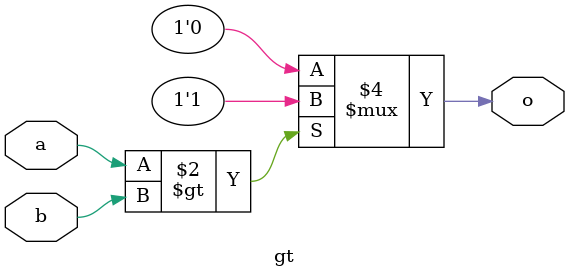
<source format=v>
`timescale 1ns / 1ps


module gt(
    input a,
    input b,
    output reg o
    );
    
    always @ (a or b) begin
        if (a > b) o = 1;
        else o = 0;
    end

endmodule

</source>
